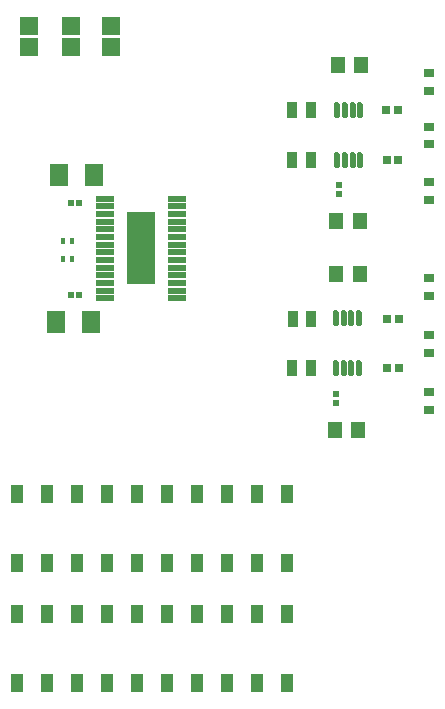
<source format=gbr>
%TF.GenerationSoftware,Altium Limited,Altium Designer,22.9.1 (49)*%
G04 Layer_Color=8421504*
%FSLAX25Y25*%
%MOIN*%
%TF.SameCoordinates,E4663CD6-9850-4590-99AB-2D6E941D03D6*%
%TF.FilePolarity,Positive*%
%TF.FileFunction,Paste,Top*%
%TF.Part,Single*%
G01*
G75*
%TA.AperFunction,SMDPad,CuDef*%
G04:AMPARAMS|DCode=10|XSize=94.49mil|YSize=242.91mil|CornerRadius=1.89mil|HoleSize=0mil|Usage=FLASHONLY|Rotation=0.000|XOffset=0mil|YOffset=0mil|HoleType=Round|Shape=RoundedRectangle|*
%AMROUNDEDRECTD10*
21,1,0.09449,0.23913,0,0,0.0*
21,1,0.09071,0.24291,0,0,0.0*
1,1,0.00378,0.04535,-0.11957*
1,1,0.00378,-0.04535,-0.11957*
1,1,0.00378,-0.04535,0.11957*
1,1,0.00378,0.04535,0.11957*
%
%ADD10ROUNDEDRECTD10*%
G04:AMPARAMS|DCode=11|XSize=17.72mil|YSize=62.99mil|CornerRadius=1.95mil|HoleSize=0mil|Usage=FLASHONLY|Rotation=90.000|XOffset=0mil|YOffset=0mil|HoleType=Round|Shape=RoundedRectangle|*
%AMROUNDEDRECTD11*
21,1,0.01772,0.05909,0,0,90.0*
21,1,0.01382,0.06299,0,0,90.0*
1,1,0.00390,0.02955,0.00691*
1,1,0.00390,0.02955,-0.00691*
1,1,0.00390,-0.02955,-0.00691*
1,1,0.00390,-0.02955,0.00691*
%
%ADD11ROUNDEDRECTD11*%
%ADD12R,0.01575X0.01968*%
%ADD13R,0.05928X0.07316*%
%ADD14R,0.06127X0.06213*%
%TA.AperFunction,ConnectorPad*%
%ADD15R,0.03937X0.06142*%
%TA.AperFunction,SMDPad,CuDef*%
%ADD16R,0.04724X0.05709*%
G04:AMPARAMS|DCode=17|XSize=17.72mil|YSize=51.18mil|CornerRadius=4.43mil|HoleSize=0mil|Usage=FLASHONLY|Rotation=180.000|XOffset=0mil|YOffset=0mil|HoleType=Round|Shape=RoundedRectangle|*
%AMROUNDEDRECTD17*
21,1,0.01772,0.04232,0,0,180.0*
21,1,0.00886,0.05118,0,0,180.0*
1,1,0.00886,-0.00443,0.02116*
1,1,0.00886,0.00443,0.02116*
1,1,0.00886,0.00443,-0.02116*
1,1,0.00886,-0.00443,-0.02116*
%
%ADD17ROUNDEDRECTD17*%
G04:AMPARAMS|DCode=18|XSize=17.72mil|YSize=51.18mil|CornerRadius=4.43mil|HoleSize=0mil|Usage=FLASHONLY|Rotation=180.000|XOffset=0mil|YOffset=0mil|HoleType=Round|Shape=RoundedRectangle|*
%AMROUNDEDRECTD18*
21,1,0.01772,0.04232,0,0,180.0*
21,1,0.00886,0.05118,0,0,180.0*
1,1,0.00886,-0.00443,0.02116*
1,1,0.00886,0.00443,0.02116*
1,1,0.00886,0.00443,-0.02116*
1,1,0.00886,-0.00443,-0.02116*
%
%ADD18ROUNDEDRECTD18*%
%ADD19R,0.03937X0.06142*%
%ADD20R,0.03740X0.05315*%
%ADD21R,0.03543X0.03150*%
%ADD22R,0.02756X0.02559*%
%ADD23R,0.02029X0.01860*%
%ADD24R,0.02047X0.02047*%
D10*
X166492Y151366D02*
D03*
D11*
X154484Y168000D02*
D03*
Y165441D02*
D03*
Y162882D02*
D03*
Y160323D02*
D03*
Y157764D02*
D03*
Y155205D02*
D03*
Y152646D02*
D03*
Y150087D02*
D03*
Y147528D02*
D03*
Y144968D02*
D03*
Y142409D02*
D03*
Y139850D02*
D03*
Y137291D02*
D03*
Y134732D02*
D03*
X178500Y168000D02*
D03*
Y165441D02*
D03*
Y162882D02*
D03*
Y160323D02*
D03*
Y157764D02*
D03*
Y155205D02*
D03*
Y152646D02*
D03*
Y150087D02*
D03*
Y147528D02*
D03*
Y144968D02*
D03*
Y142409D02*
D03*
Y139850D02*
D03*
Y137291D02*
D03*
Y134732D02*
D03*
D12*
X140425Y154000D02*
D03*
X143575D02*
D03*
X140425Y148000D02*
D03*
X143575D02*
D03*
D13*
X149812Y127000D02*
D03*
X138188D02*
D03*
X150812Y176000D02*
D03*
X139188D02*
D03*
D14*
X129000Y225402D02*
D03*
Y218598D02*
D03*
X156500Y225402D02*
D03*
Y218598D02*
D03*
X143000Y225402D02*
D03*
Y218598D02*
D03*
D15*
X125000Y6563D02*
D03*
Y29437D02*
D03*
X135000Y6563D02*
D03*
Y29437D02*
D03*
X145000Y6563D02*
D03*
Y29437D02*
D03*
X155000Y6563D02*
D03*
Y29437D02*
D03*
X165000Y6563D02*
D03*
Y29437D02*
D03*
X175000Y6563D02*
D03*
Y29437D02*
D03*
X185000Y6563D02*
D03*
Y29437D02*
D03*
X195000Y6563D02*
D03*
Y29437D02*
D03*
X205000Y6563D02*
D03*
Y29437D02*
D03*
X215000Y6563D02*
D03*
Y29437D02*
D03*
D16*
X238937Y91000D02*
D03*
X231063D02*
D03*
X239437Y160500D02*
D03*
X231563D02*
D03*
Y143000D02*
D03*
X239437D02*
D03*
X232063Y212500D02*
D03*
X239937D02*
D03*
D17*
X237059Y181000D02*
D03*
X234500Y197535D02*
D03*
X237059D02*
D03*
X231941Y181000D02*
D03*
X234500D02*
D03*
X239618D02*
D03*
X231941Y197535D02*
D03*
X231441Y128035D02*
D03*
X239118Y111500D02*
D03*
X234000D02*
D03*
X231441D02*
D03*
X236559Y128035D02*
D03*
X234000D02*
D03*
X236559Y111500D02*
D03*
D18*
X239618Y197535D02*
D03*
X239118Y128035D02*
D03*
D19*
X125000Y46563D02*
D03*
X145000D02*
D03*
X155000D02*
D03*
X165000D02*
D03*
X175000D02*
D03*
X185000D02*
D03*
X195000D02*
D03*
X205000D02*
D03*
X215000D02*
D03*
Y69437D02*
D03*
X205000D02*
D03*
X195000D02*
D03*
X185000D02*
D03*
X175000D02*
D03*
X165000D02*
D03*
X155000D02*
D03*
X145000D02*
D03*
X135000D02*
D03*
Y46563D02*
D03*
X125000Y69437D02*
D03*
D20*
X223051Y181000D02*
D03*
X216949D02*
D03*
X223000Y197500D02*
D03*
X216898D02*
D03*
X223209Y128000D02*
D03*
X217106D02*
D03*
X223051Y111500D02*
D03*
X216949D02*
D03*
D21*
X262500Y186047D02*
D03*
Y191953D02*
D03*
Y141453D02*
D03*
Y135547D02*
D03*
Y167595D02*
D03*
Y173500D02*
D03*
Y116547D02*
D03*
Y122453D02*
D03*
Y209906D02*
D03*
Y204000D02*
D03*
Y97547D02*
D03*
Y103453D02*
D03*
D22*
X252370Y128000D02*
D03*
X248630D02*
D03*
X252370Y111500D02*
D03*
X248630D02*
D03*
X252000Y197500D02*
D03*
X248260D02*
D03*
X252240Y181000D02*
D03*
X248500D02*
D03*
D23*
X145990Y136000D02*
D03*
X143010D02*
D03*
X145990Y166500D02*
D03*
X143010D02*
D03*
D24*
X232500Y172575D02*
D03*
Y169425D02*
D03*
X231500Y103000D02*
D03*
Y99850D02*
D03*
%TF.MD5,96bfe88154df5704d6323f9a53542556*%
M02*

</source>
